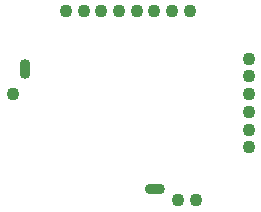
<source format=gbr>
%TF.GenerationSoftware,KiCad,Pcbnew,(5.1.6-0-10_14)*%
%TF.CreationDate,2020-10-05T23:02:53+09:00*%
%TF.ProjectId,RF920A,52463932-3041-42e6-9b69-6361645f7063,rev?*%
%TF.SameCoordinates,Original*%
%TF.FileFunction,Soldermask,Bot*%
%TF.FilePolarity,Negative*%
%FSLAX46Y46*%
G04 Gerber Fmt 4.6, Leading zero omitted, Abs format (unit mm)*
G04 Created by KiCad (PCBNEW (5.1.6-0-10_14)) date 2020-10-05 23:02:53*
%MOMM*%
%LPD*%
G01*
G04 APERTURE LIST*
%ADD10O,1.700000X0.900000*%
%ADD11O,0.900000X1.700000*%
%ADD12C,1.100000*%
G04 APERTURE END LIST*
D10*
%TO.C,REF\u002A\u002A*%
X162075000Y-107000000D03*
D11*
X151000000Y-96875000D03*
%TD*%
D12*
%TO.C,J19*%
X157500000Y-92000000D03*
%TD*%
%TO.C,J17*%
X170000000Y-103500000D03*
%TD*%
%TO.C,J16*%
X170000000Y-102000000D03*
%TD*%
%TO.C,J14*%
X165500000Y-108000000D03*
%TD*%
%TO.C,J13*%
X164000000Y-108000000D03*
%TD*%
%TO.C,J12*%
X156000000Y-92000000D03*
%TD*%
%TO.C,J11*%
X154500000Y-92000000D03*
%TD*%
%TO.C,J10*%
X170000000Y-96000000D03*
%TD*%
%TO.C,J9*%
X165000000Y-92000000D03*
%TD*%
%TO.C,J8*%
X163500000Y-92000000D03*
%TD*%
%TO.C,J7*%
X162000000Y-92000000D03*
%TD*%
%TO.C,J6*%
X170000000Y-97500000D03*
%TD*%
%TO.C,J5*%
X170000000Y-99000000D03*
%TD*%
%TO.C,J4*%
X170000000Y-100500000D03*
%TD*%
%TO.C,J3*%
X160500000Y-92000000D03*
%TD*%
%TO.C,J2*%
X159000000Y-92000000D03*
%TD*%
%TO.C,J1*%
X150000000Y-99000000D03*
%TD*%
M02*

</source>
